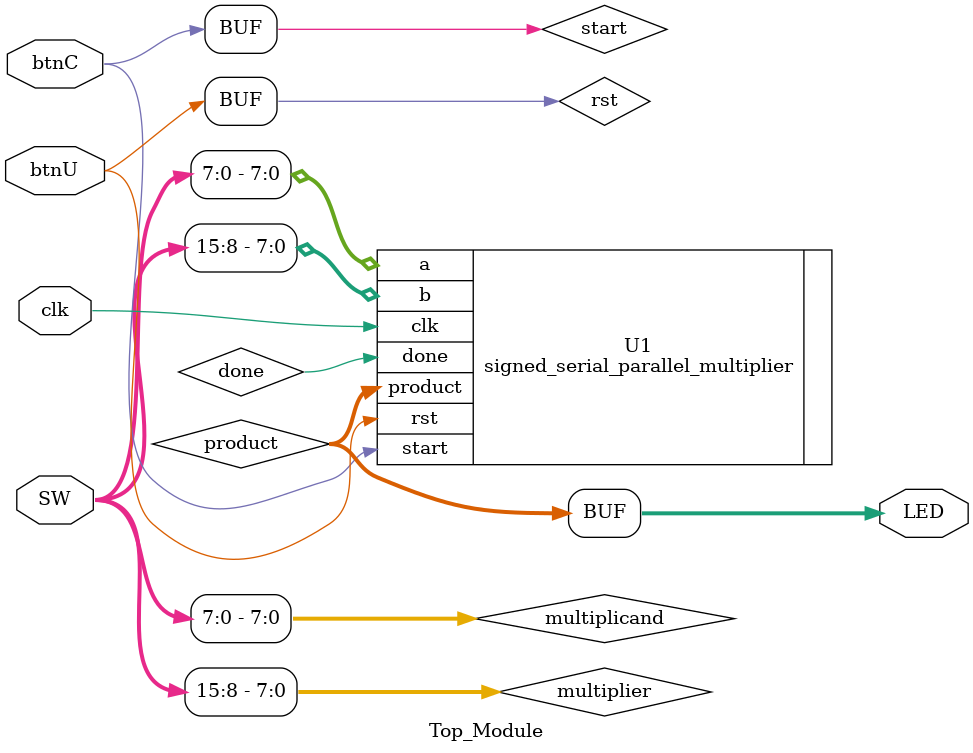
<source format=v>
`timescale 1ns / 1ps


module Top_Module (
    input clk,
    input btnC,
    input btnU,
    input [15:0] SW,
    output [15:0] LED
);

    wire rst = btnU;
    wire start = btnC;
    wire [7:0] multiplicand = SW[7:0];
    wire [7:0] multiplier = SW[15:8];
    wire [15:0] product;
    wire done;

    signed_serial_parallel_multiplier U1 (
        .clk(clk),
        .rst(rst),
        .start(start),
        .a(multiplicand),
        .b(multiplier),
        .product(product),
        .done(done)
    );

    assign LED = product;

endmodule

</source>
